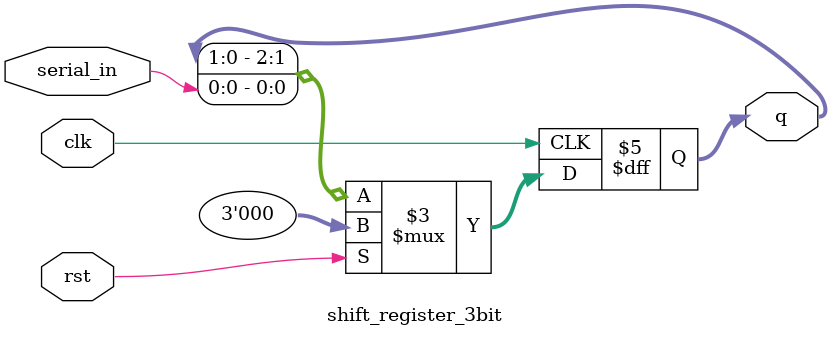
<source format=v>
module shift_register_3bit (
    input  wire clk,     // clock input
    input  wire rst,     // synchronous reset
    input  wire serial_in, // serial data input
    output reg  [2:0] q   // 3-bit register output
);

always @(posedge clk) begin
    if (rst)
        q <= 3'b000;          // reset all bits
    else
        q <= {q[1:0], serial_in}; // shift left
end

endmodule

</source>
